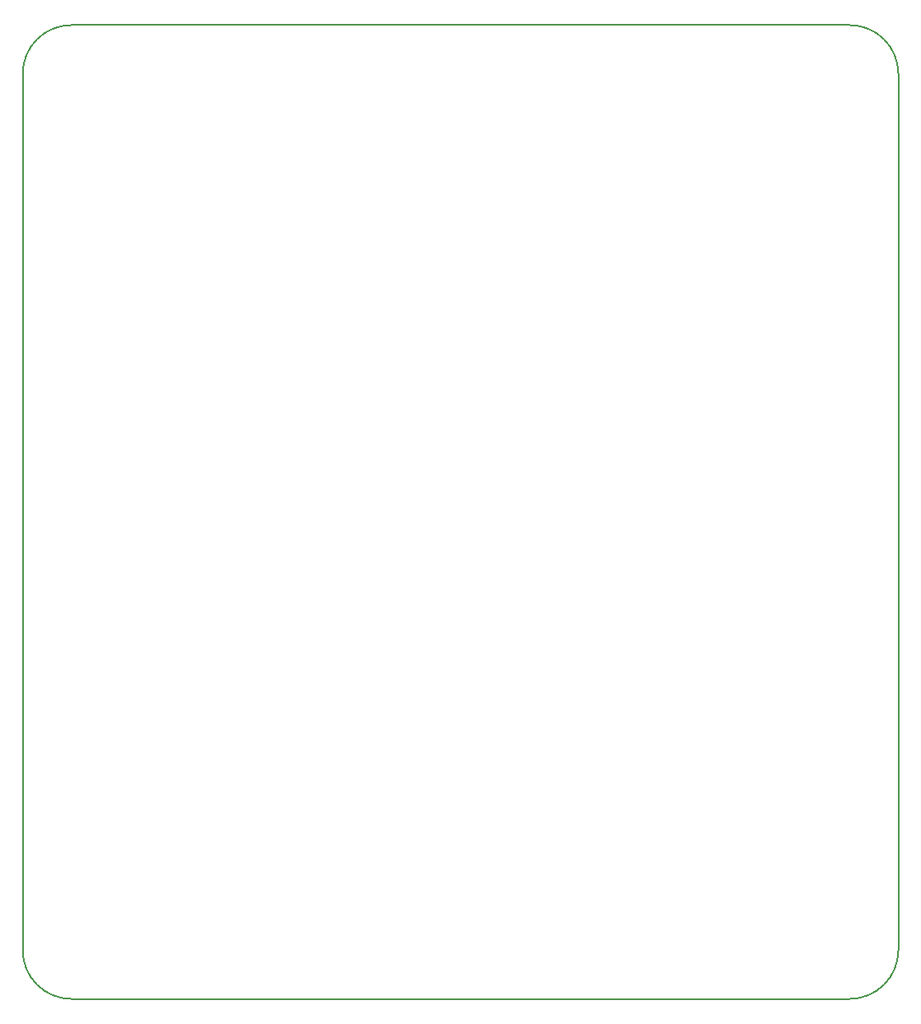
<source format=gm1>
G04*
G04 #@! TF.GenerationSoftware,Altium Limited,Altium Designer,21.1.1 (26)*
G04*
G04 Layer_Color=16711935*
%FSLAX25Y25*%
%MOIN*%
G70*
G04*
G04 #@! TF.SameCoordinates,8D04B9CC-E963-441F-A638-D17954596142*
G04*
G04*
G04 #@! TF.FilePolarity,Positive*
G04*
G01*
G75*
%ADD16C,0.00591*%
D16*
X354331Y374016D02*
G03*
X334646Y393701I-19685J0D01*
G01*
Y0D02*
G03*
X354331Y19685I0J19685D01*
G01*
X19685Y393701D02*
G03*
X0Y374016I0J-19685D01*
G01*
X0Y19685D02*
G03*
X19685Y0I19685J0D01*
G01*
X354331Y19685D02*
Y374016D01*
X19685Y0D02*
X334646D01*
X0Y19685D02*
Y374016D01*
X19685Y393701D02*
X334646D01*
M02*

</source>
